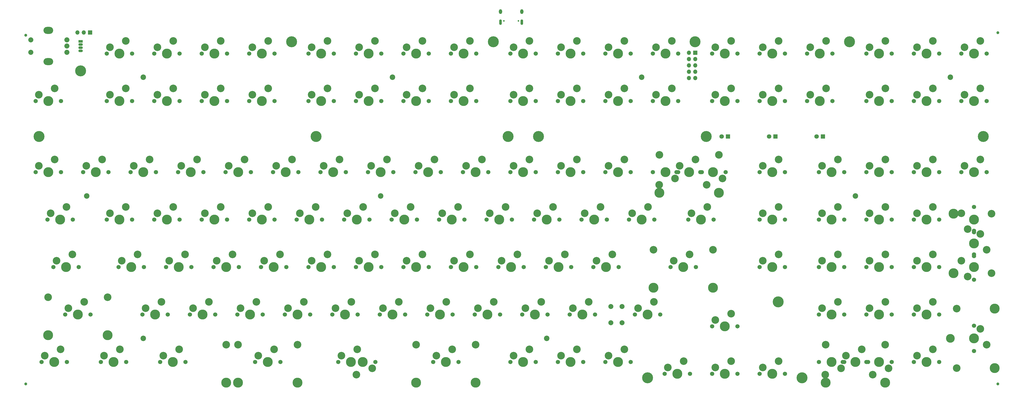
<source format=gbr>
G04 #@! TF.GenerationSoftware,KiCad,Pcbnew,7.0.2*
G04 #@! TF.CreationDate,2023-05-20T00:04:52-04:00*
G04 #@! TF.ProjectId,Boston-keyboard-V082JHA,426f7374-6f6e-42d6-9b65-79626f617264,rev?*
G04 #@! TF.SameCoordinates,Original*
G04 #@! TF.FileFunction,Soldermask,Top*
G04 #@! TF.FilePolarity,Negative*
%FSLAX46Y46*%
G04 Gerber Fmt 4.6, Leading zero omitted, Abs format (unit mm)*
G04 Created by KiCad (PCBNEW 7.0.2) date 2023-05-20 00:04:52*
%MOMM*%
%LPD*%
G01*
G04 APERTURE LIST*
%ADD10C,3.987800*%
%ADD11C,1.701800*%
%ADD12C,3.048000*%
%ADD13C,2.200000*%
%ADD14R,1.800000X1.070000*%
%ADD15O,1.800000X1.070000*%
%ADD16R,1.800000X1.800000*%
%ADD17C,1.800000*%
%ADD18C,4.400000*%
%ADD19C,1.152000*%
%ADD20C,2.000000*%
%ADD21R,1.700000X1.700000*%
%ADD22O,1.700000X1.700000*%
%ADD23C,3.500000*%
%ADD24O,2.768600X1.651000*%
%ADD25C,1.016000*%
%ADD26C,2.032000*%
%ADD27O,3.900000X2.799999*%
%ADD28C,0.650000*%
%ADD29O,1.300000X1.900000*%
%ADD30O,1.100000X2.200000*%
G04 APERTURE END LIST*
D10*
X237481750Y-171455000D03*
D11*
X230623750Y-163200000D03*
D10*
X225543750Y-163200000D03*
D11*
X220463750Y-163200000D03*
D12*
X213605750Y-156215000D03*
D10*
X213605750Y-171455000D03*
D12*
X237481750Y-156215000D03*
X228083750Y-158120000D03*
X221733750Y-160660000D03*
D11*
X159186250Y-163200000D03*
D10*
X142168250Y-171455000D03*
D11*
X149026250Y-163200000D03*
D12*
X142168250Y-156215000D03*
X166044250Y-156215000D03*
X156646250Y-158120000D03*
D10*
X154106250Y-163200000D03*
X166044250Y-171455000D03*
D12*
X150296250Y-160660000D03*
D10*
X187443750Y-163200000D03*
D12*
X137405750Y-156215000D03*
X237481750Y-156215000D03*
D11*
X182363750Y-163200000D03*
X192523750Y-163200000D03*
D10*
X137405750Y-171455000D03*
X237481750Y-171455000D03*
D12*
X189983750Y-158120000D03*
X183633750Y-160660000D03*
D13*
X304125200Y-48899992D03*
D14*
X79000000Y-34470000D03*
D15*
X79000000Y-35740000D03*
X79000000Y-37010000D03*
X79000000Y-38280000D03*
D13*
X389850272Y-96525032D03*
X427950304Y-48899992D03*
D16*
X338732500Y-72712500D03*
D17*
X336192500Y-72712500D03*
D18*
X330000000Y-72712500D03*
D19*
X447000000Y-31000000D03*
D16*
X357782500Y-72712500D03*
D17*
X355242500Y-72712500D03*
D20*
X291750000Y-147400000D03*
X291750000Y-140900000D03*
X296250000Y-147400000D03*
X296250000Y-140900000D03*
D21*
X82825000Y-30950000D03*
D22*
X80285000Y-30950000D03*
X77745000Y-30950000D03*
D19*
X57000000Y-172000000D03*
D13*
X266025168Y-153675080D03*
D19*
X57000000Y-32000000D03*
D13*
X199350112Y-96525032D03*
X104100032Y-153675080D03*
D18*
X173500000Y-72712500D03*
D13*
X204112500Y-48900000D03*
D23*
X427950304Y-153675080D03*
D13*
X81478138Y-96525032D03*
D21*
X325655625Y-39087500D03*
D22*
X323115625Y-39087500D03*
X325655625Y-41627500D03*
X323115625Y-41627500D03*
X325655625Y-44167500D03*
X323115625Y-44167500D03*
X325655625Y-46707500D03*
X323115625Y-46707500D03*
X325655625Y-49247500D03*
X323115625Y-49247500D03*
D16*
X376832500Y-72712500D03*
D17*
X374292500Y-72712500D03*
D19*
X447000000Y-172000000D03*
D11*
X280630000Y-87000000D03*
D12*
X278090000Y-81920000D03*
D10*
X275550000Y-87000000D03*
D12*
X271740000Y-84460000D03*
D11*
X270470000Y-87000000D03*
D18*
X387468750Y-34675000D03*
X163631250Y-34675000D03*
D10*
X401788000Y-171455000D03*
D12*
X401788000Y-156215000D03*
D11*
X394930000Y-163200000D03*
D12*
X392390000Y-158120000D03*
D10*
X389850000Y-163200000D03*
D12*
X386040000Y-160660000D03*
D11*
X384770000Y-163200000D03*
D10*
X377912000Y-171455000D03*
D12*
X377912000Y-156215000D03*
D18*
X306506250Y-169530000D03*
D11*
X256817500Y-125100000D03*
D12*
X254277500Y-120020000D03*
D10*
X251737500Y-125100000D03*
D12*
X247927500Y-122560000D03*
D11*
X246657500Y-125100000D03*
X423505000Y-163200000D03*
D12*
X420965000Y-158120000D03*
D10*
X418425000Y-163200000D03*
D12*
X414615000Y-160660000D03*
D11*
X413345000Y-163200000D03*
X261580000Y-163200000D03*
D12*
X259040000Y-158120000D03*
D10*
X256500000Y-163200000D03*
D12*
X252690000Y-160660000D03*
D11*
X251420000Y-163200000D03*
D18*
X441174000Y-72712500D03*
D11*
X99655000Y-58425000D03*
D12*
X97115000Y-53345000D03*
D10*
X94575000Y-58425000D03*
D12*
X90765000Y-55885000D03*
D11*
X89495000Y-58425000D03*
X309205000Y-106050000D03*
D12*
X306665000Y-100970000D03*
D10*
X304125000Y-106050000D03*
D12*
X300315000Y-103510000D03*
D11*
X299045000Y-106050000D03*
X218717500Y-39375000D03*
D12*
X216177500Y-34295000D03*
D10*
X213637500Y-39375000D03*
D12*
X209827500Y-36835000D03*
D11*
X208557500Y-39375000D03*
D18*
X62300000Y-72712500D03*
D11*
X437475000Y-100970000D03*
D12*
X432395000Y-103510000D03*
D10*
X437475000Y-106050000D03*
D12*
X434935000Y-109860000D03*
D11*
X437475000Y-111130000D03*
X342542500Y-58425000D03*
D12*
X340002500Y-53345000D03*
D10*
X337462500Y-58425000D03*
D12*
X333652500Y-55885000D03*
D11*
X332382500Y-58425000D03*
X361592500Y-125100000D03*
D12*
X359052500Y-120020000D03*
D10*
X356512500Y-125100000D03*
D12*
X352702500Y-122560000D03*
D11*
X351432500Y-125100000D03*
X361592500Y-106050000D03*
D12*
X359052500Y-100970000D03*
D10*
X356512500Y-106050000D03*
D12*
X352702500Y-103510000D03*
D11*
X351432500Y-106050000D03*
D18*
X262700000Y-72712500D03*
D11*
X423505000Y-125100000D03*
D12*
X420965000Y-120020000D03*
D10*
X418425000Y-125100000D03*
D12*
X414615000Y-122560000D03*
D11*
X413345000Y-125100000D03*
X97273750Y-163200000D03*
D12*
X94733750Y-158120000D03*
D10*
X92193750Y-163200000D03*
D12*
X88383750Y-160660000D03*
D11*
X87113750Y-163200000D03*
D10*
X89844250Y-152405000D03*
D12*
X89844250Y-137165000D03*
D11*
X82986250Y-144150000D03*
D12*
X80446250Y-139070000D03*
D10*
X77906250Y-144150000D03*
D12*
X74096250Y-141610000D03*
D11*
X72826250Y-144150000D03*
D10*
X65968250Y-152405000D03*
D12*
X65968250Y-137165000D03*
D11*
X394295000Y-163200000D03*
D12*
X396835000Y-168280000D03*
D10*
X399375000Y-163200000D03*
D12*
X403185000Y-165740000D03*
D11*
X404455000Y-163200000D03*
X142517500Y-125100000D03*
D12*
X139977500Y-120020000D03*
D10*
X137437500Y-125100000D03*
D12*
X133627500Y-122560000D03*
D11*
X132357500Y-125100000D03*
X299680000Y-39375000D03*
D12*
X297140000Y-34295000D03*
D10*
X294600000Y-39375000D03*
D12*
X290790000Y-36835000D03*
D11*
X289520000Y-39375000D03*
X333017500Y-106050000D03*
D12*
X330477500Y-100970000D03*
D10*
X327937500Y-106050000D03*
D12*
X324127500Y-103510000D03*
D11*
X322857500Y-106050000D03*
X132992500Y-144150000D03*
D12*
X130452500Y-139070000D03*
D10*
X127912500Y-144150000D03*
D12*
X124102500Y-141610000D03*
D11*
X122832500Y-144150000D03*
X266342500Y-144150000D03*
D12*
X263802500Y-139070000D03*
D10*
X261262500Y-144150000D03*
D12*
X257452500Y-141610000D03*
D11*
X256182500Y-144150000D03*
X218717500Y-125100000D03*
D12*
X216177500Y-120020000D03*
D10*
X213637500Y-125100000D03*
D12*
X209827500Y-122560000D03*
D11*
X208557500Y-125100000D03*
X185380000Y-87000000D03*
D12*
X182840000Y-81920000D03*
D10*
X180300000Y-87000000D03*
D12*
X176490000Y-84460000D03*
D11*
X175220000Y-87000000D03*
D10*
X332731964Y-133355000D03*
D12*
X332731964Y-118115000D03*
D11*
X325873964Y-125100000D03*
D12*
X323333964Y-120020000D03*
D10*
X320793964Y-125100000D03*
D12*
X316983964Y-122560000D03*
D11*
X315713964Y-125100000D03*
D10*
X308855964Y-133355000D03*
D12*
X308855964Y-118115000D03*
D11*
X299680000Y-87000000D03*
D12*
X297140000Y-81920000D03*
D10*
X294600000Y-87000000D03*
D12*
X290790000Y-84460000D03*
D11*
X289520000Y-87000000D03*
X156805000Y-58425000D03*
D12*
X154265000Y-53345000D03*
D10*
X151725000Y-58425000D03*
D12*
X147915000Y-55885000D03*
D11*
X146645000Y-58425000D03*
X199667500Y-125100000D03*
D12*
X197127500Y-120020000D03*
D10*
X194587500Y-125100000D03*
D12*
X190777500Y-122560000D03*
D11*
X189507500Y-125100000D03*
D18*
X244593750Y-34675000D03*
D11*
X261580160Y-39375000D03*
D12*
X259040160Y-34295000D03*
D10*
X256500160Y-39375000D03*
D12*
X252690160Y-36835000D03*
D11*
X251420160Y-39375000D03*
X223480000Y-87000000D03*
D12*
X220940000Y-81920000D03*
D10*
X218400000Y-87000000D03*
D12*
X214590000Y-84460000D03*
D11*
X213320000Y-87000000D03*
X442555000Y-87000000D03*
D12*
X440015000Y-81920000D03*
D10*
X437475000Y-87000000D03*
D12*
X433665000Y-84460000D03*
D11*
X432395000Y-87000000D03*
X118705000Y-106050000D03*
D12*
X116165000Y-100970000D03*
D10*
X113625000Y-106050000D03*
D12*
X109815000Y-103510000D03*
D11*
X108545000Y-106050000D03*
X194905000Y-106050000D03*
D12*
X192365000Y-100970000D03*
D10*
X189825000Y-106050000D03*
D12*
X186015000Y-103510000D03*
D11*
X184745000Y-106050000D03*
X113942500Y-144150000D03*
D12*
X111402500Y-139070000D03*
D10*
X108862500Y-144150000D03*
D12*
X105052500Y-141610000D03*
D11*
X103782500Y-144150000D03*
X404455000Y-144150000D03*
D12*
X401915000Y-139070000D03*
D10*
X399375000Y-144150000D03*
D12*
X395565000Y-141610000D03*
D11*
X394295000Y-144150000D03*
X190142500Y-144150000D03*
D12*
X187602500Y-139070000D03*
D10*
X185062500Y-144150000D03*
D12*
X181252500Y-141610000D03*
D11*
X179982500Y-144150000D03*
X90130000Y-87000000D03*
D12*
X87590000Y-81920000D03*
D10*
X85050000Y-87000000D03*
D12*
X81240000Y-84460000D03*
D11*
X79970000Y-87000000D03*
D10*
X335113000Y-95255000D03*
D12*
X335113000Y-80015000D03*
D11*
X328255000Y-87000000D03*
D12*
X325715000Y-81920000D03*
D10*
X323175000Y-87000000D03*
D12*
X319365000Y-84460000D03*
D11*
X318095000Y-87000000D03*
D10*
X311237000Y-95255000D03*
D12*
X311237000Y-80015000D03*
D11*
X128230000Y-87000000D03*
D12*
X125690000Y-81920000D03*
D10*
X123150000Y-87000000D03*
D12*
X119340000Y-84460000D03*
D11*
X118070000Y-87000000D03*
X423505000Y-87000000D03*
D12*
X420965000Y-81920000D03*
D10*
X418425000Y-87000000D03*
D12*
X414615000Y-84460000D03*
D11*
X413345000Y-87000000D03*
X442555000Y-58425000D03*
D12*
X440015000Y-53345000D03*
D10*
X437475000Y-58425000D03*
D12*
X433665000Y-55885000D03*
D11*
X432395000Y-58425000D03*
X199667606Y-39375000D03*
D12*
X197127606Y-34295000D03*
D10*
X194587606Y-39375000D03*
D12*
X190777606Y-36835000D03*
D11*
X189507606Y-39375000D03*
X404455000Y-39375000D03*
D12*
X401915000Y-34295000D03*
D10*
X399375000Y-39375000D03*
D12*
X395565000Y-36835000D03*
D11*
X394295000Y-39375000D03*
X156805000Y-39375000D03*
D12*
X154265000Y-34295000D03*
D10*
X151725000Y-39375000D03*
D12*
X147915000Y-36835000D03*
D11*
X146645000Y-39375000D03*
X275867500Y-125100000D03*
D12*
X273327500Y-120020000D03*
D10*
X270787500Y-125100000D03*
D12*
X266977500Y-122560000D03*
D11*
X265707500Y-125100000D03*
D18*
X79000000Y-46375000D03*
D11*
X237767500Y-58425000D03*
D12*
X235227500Y-53345000D03*
D10*
X232687500Y-58425000D03*
D12*
X228877500Y-55885000D03*
D11*
X227607500Y-58425000D03*
X404455000Y-125100000D03*
D12*
X401915000Y-120020000D03*
D10*
X399375000Y-125100000D03*
D12*
X395565000Y-122560000D03*
D11*
X394295000Y-125100000D03*
X280630000Y-39375000D03*
D12*
X278090000Y-34295000D03*
D10*
X275550000Y-39375000D03*
D12*
X271740000Y-36835000D03*
D11*
X270470000Y-39375000D03*
X342542500Y-148912500D03*
D12*
X340002500Y-143832500D03*
D10*
X337462500Y-148912500D03*
D12*
X333652500Y-146372500D03*
D11*
X332382500Y-148912500D03*
X209192500Y-144150000D03*
D12*
X206652500Y-139070000D03*
D10*
X204112500Y-144150000D03*
D12*
X200302500Y-141610000D03*
D11*
X199032500Y-144150000D03*
X180617500Y-58425000D03*
D12*
X178077500Y-53345000D03*
D10*
X175537500Y-58425000D03*
D12*
X171727500Y-55885000D03*
D11*
X170457500Y-58425000D03*
X437475000Y-120020000D03*
D12*
X432395000Y-122560000D03*
D10*
X437475000Y-125100000D03*
D12*
X434935000Y-128910000D03*
D11*
X437475000Y-130180000D03*
X327620000Y-87000000D03*
D12*
X330160000Y-92080000D03*
D10*
X332700000Y-87000000D03*
D12*
X336510000Y-89540000D03*
D11*
X337780000Y-87000000D03*
X187126250Y-163200000D03*
D12*
X189666250Y-168280000D03*
D10*
X192206250Y-163200000D03*
D12*
X196016250Y-165740000D03*
D11*
X197286250Y-163200000D03*
X180617590Y-39375000D03*
D12*
X178077590Y-34295000D03*
D10*
X175537590Y-39375000D03*
D12*
X171727590Y-36835000D03*
D11*
X170457590Y-39375000D03*
X290155000Y-106050000D03*
D12*
X287615000Y-100970000D03*
D10*
X285075000Y-106050000D03*
D12*
X281265000Y-103510000D03*
D11*
X279995000Y-106050000D03*
X308570000Y-87000000D03*
D12*
X311110000Y-92080000D03*
D10*
X313650000Y-87000000D03*
D12*
X317460000Y-89540000D03*
D11*
X318730000Y-87000000D03*
X404455000Y-106050000D03*
D12*
X401915000Y-100970000D03*
D10*
X399375000Y-106050000D03*
D12*
X395565000Y-103510000D03*
D11*
X394295000Y-106050000D03*
X118705000Y-39375000D03*
D12*
X116165000Y-34295000D03*
D10*
X113625000Y-39375000D03*
D12*
X109815000Y-36835000D03*
D11*
X108545000Y-39375000D03*
X237767500Y-125100000D03*
D12*
X235227500Y-120020000D03*
D10*
X232687500Y-125100000D03*
D12*
X228877500Y-122560000D03*
D11*
X227607500Y-125100000D03*
X137755000Y-106050000D03*
D12*
X135215000Y-100970000D03*
D10*
X132675000Y-106050000D03*
D12*
X128865000Y-103510000D03*
D11*
X127595000Y-106050000D03*
X199667500Y-58425000D03*
D12*
X197127500Y-53345000D03*
D10*
X194587500Y-58425000D03*
D12*
X190777500Y-55885000D03*
D11*
X189507500Y-58425000D03*
D18*
X358894000Y-139100000D03*
D11*
X171092500Y-144150000D03*
D12*
X168552500Y-139070000D03*
D10*
X166012500Y-144150000D03*
D12*
X162202500Y-141610000D03*
D11*
X160932500Y-144150000D03*
X342542500Y-167962500D03*
D12*
X340002500Y-162882500D03*
D10*
X337462500Y-167962500D03*
D12*
X333652500Y-165422500D03*
D11*
X332382500Y-167962500D03*
X75842500Y-106050000D03*
D12*
X73302500Y-100970000D03*
D10*
X70762500Y-106050000D03*
D12*
X66952500Y-103510000D03*
D11*
X65682500Y-106050000D03*
X375245000Y-163200000D03*
D12*
X377785000Y-168280000D03*
D10*
X380325000Y-163200000D03*
D12*
X384135000Y-165740000D03*
D11*
X385405000Y-163200000D03*
X99655000Y-106050000D03*
D12*
X97115000Y-100970000D03*
D10*
X94575000Y-106050000D03*
D12*
X90765000Y-103510000D03*
D11*
X89495000Y-106050000D03*
X71080000Y-58425000D03*
D12*
X68540000Y-53345000D03*
D10*
X66000000Y-58425000D03*
D12*
X62190000Y-55885000D03*
D11*
X60920000Y-58425000D03*
X318730000Y-39375000D03*
D12*
X316190000Y-34295000D03*
D10*
X313650000Y-39375000D03*
D12*
X309840000Y-36835000D03*
D11*
X308570000Y-39375000D03*
X361592500Y-167962500D03*
D12*
X359052500Y-162882500D03*
D10*
X356512500Y-167962500D03*
D12*
X352702500Y-165422500D03*
D11*
X351432500Y-167962500D03*
X261580000Y-87000000D03*
D12*
X259040000Y-81920000D03*
D10*
X256500000Y-87000000D03*
D12*
X252690000Y-84460000D03*
D11*
X251420000Y-87000000D03*
X99655000Y-39375000D03*
D12*
X97115000Y-34295000D03*
D10*
X94575000Y-39375000D03*
D12*
X90765000Y-36835000D03*
D11*
X89495000Y-39375000D03*
X147280000Y-87000000D03*
D12*
X144740000Y-81920000D03*
D10*
X142200000Y-87000000D03*
D12*
X138390000Y-84460000D03*
D11*
X137120000Y-87000000D03*
D10*
X429220000Y-127513000D03*
D12*
X444460000Y-127513000D03*
D11*
X437475000Y-120655000D03*
D12*
X442555000Y-118115000D03*
D10*
X437475000Y-115575000D03*
D12*
X440015000Y-111765000D03*
D11*
X437475000Y-110495000D03*
D10*
X429220000Y-103637000D03*
D12*
X444460000Y-103637000D03*
D11*
X361592500Y-58425000D03*
D12*
X359052500Y-53345000D03*
D10*
X356512500Y-58425000D03*
D12*
X352702500Y-55885000D03*
D11*
X351432500Y-58425000D03*
X228242500Y-144150000D03*
D12*
X225702500Y-139070000D03*
D10*
X223162500Y-144150000D03*
D12*
X219352500Y-141610000D03*
D11*
X218082500Y-144150000D03*
X361592500Y-39375000D03*
D12*
X359052500Y-34295000D03*
D10*
X356512500Y-39375000D03*
D12*
X352702500Y-36835000D03*
D11*
X351432500Y-39375000D03*
X280630000Y-163200000D03*
D12*
X278090000Y-158120000D03*
D10*
X275550000Y-163200000D03*
D12*
X271740000Y-160660000D03*
D11*
X270470000Y-163200000D03*
X121086250Y-163200000D03*
D12*
X118546250Y-158120000D03*
D10*
X116006250Y-163200000D03*
D12*
X112196250Y-160660000D03*
D11*
X110926250Y-163200000D03*
X380642500Y-39375000D03*
D12*
X378102500Y-34295000D03*
D10*
X375562500Y-39375000D03*
D12*
X371752500Y-36835000D03*
D11*
X370482500Y-39375000D03*
X442555000Y-39375000D03*
D12*
X440015000Y-34295000D03*
D10*
X437475000Y-39375000D03*
D12*
X433665000Y-36835000D03*
D11*
X432395000Y-39375000D03*
X404455000Y-87000000D03*
D12*
X401915000Y-81920000D03*
D10*
X399375000Y-87000000D03*
D12*
X395565000Y-84460000D03*
D11*
X394295000Y-87000000D03*
X137755000Y-39375000D03*
D12*
X135215000Y-34295000D03*
D10*
X132675000Y-39375000D03*
D12*
X128865000Y-36835000D03*
D11*
X127595000Y-39375000D03*
X242530000Y-87000000D03*
D12*
X239990000Y-81920000D03*
D10*
X237450000Y-87000000D03*
D12*
X233640000Y-84460000D03*
D11*
X232370000Y-87000000D03*
X342542500Y-39375000D03*
D12*
X340002500Y-34295000D03*
D10*
X337462500Y-39375000D03*
D12*
X333652500Y-36835000D03*
D11*
X332382500Y-39375000D03*
X152042500Y-144150000D03*
D12*
X149502500Y-139070000D03*
D10*
X146962500Y-144150000D03*
D12*
X143152500Y-141610000D03*
D11*
X141882500Y-144150000D03*
X423505000Y-144150000D03*
D12*
X420965000Y-139070000D03*
D10*
X418425000Y-144150000D03*
D12*
X414615000Y-141610000D03*
D11*
X413345000Y-144150000D03*
D18*
X368418750Y-169531000D03*
D11*
X109180000Y-87000000D03*
D12*
X106640000Y-81920000D03*
D10*
X104100000Y-87000000D03*
D12*
X100290000Y-84460000D03*
D11*
X99020000Y-87000000D03*
D18*
X250500000Y-72712500D03*
D11*
X71080000Y-87000000D03*
D12*
X68540000Y-81920000D03*
D10*
X66000000Y-87000000D03*
D12*
X62190000Y-84460000D03*
D11*
X60920000Y-87000000D03*
D18*
X325556250Y-34675000D03*
D11*
X78223750Y-125100000D03*
D12*
X75683750Y-120020000D03*
D10*
X73143750Y-125100000D03*
D12*
X69333750Y-122560000D03*
D11*
X68063750Y-125100000D03*
X161567500Y-125100000D03*
D12*
X159027500Y-120020000D03*
D10*
X156487500Y-125100000D03*
D12*
X152677500Y-122560000D03*
D11*
X151407500Y-125100000D03*
X280630000Y-58425000D03*
D12*
X278090000Y-53345000D03*
D10*
X275550000Y-58425000D03*
D12*
X271740000Y-55885000D03*
D11*
X270470000Y-58425000D03*
X180617500Y-125100000D03*
D12*
X178077500Y-120020000D03*
D10*
X175537500Y-125100000D03*
D12*
X171727500Y-122560000D03*
D11*
X170457500Y-125100000D03*
X423505000Y-106050000D03*
D12*
X420965000Y-100970000D03*
D10*
X418425000Y-106050000D03*
D12*
X414615000Y-103510000D03*
D11*
X413345000Y-106050000D03*
X247292500Y-144150000D03*
D12*
X244752500Y-139070000D03*
D10*
X242212500Y-144150000D03*
D12*
X238402500Y-141610000D03*
D11*
X237132500Y-144150000D03*
X118705000Y-58425000D03*
D12*
X116165000Y-53345000D03*
D10*
X113625000Y-58425000D03*
D12*
X109815000Y-55885000D03*
D11*
X108545000Y-58425000D03*
X156805000Y-106050000D03*
D12*
X154265000Y-100970000D03*
D10*
X151725000Y-106050000D03*
D12*
X147915000Y-103510000D03*
D11*
X146645000Y-106050000D03*
X385405000Y-106050000D03*
D12*
X382865000Y-100970000D03*
D10*
X380325000Y-106050000D03*
D12*
X376515000Y-103510000D03*
D11*
X375245000Y-106050000D03*
X261580000Y-58425000D03*
D12*
X259040000Y-53345000D03*
D10*
X256500000Y-58425000D03*
D12*
X252690000Y-55885000D03*
D11*
X251420000Y-58425000D03*
D24*
X66000000Y-30125000D03*
D25*
X73500000Y-33875000D03*
X59000000Y-33875000D03*
X73500000Y-36375000D03*
X73500000Y-38875000D03*
X59000000Y-38875000D03*
D24*
X66000000Y-42625000D03*
D26*
X73500000Y-33875000D03*
X73500000Y-38875000D03*
X73500000Y-36375000D03*
D27*
X66000000Y-30125000D03*
X66000000Y-42625000D03*
D26*
X59000000Y-33875000D03*
X59000000Y-38875000D03*
D11*
X318730000Y-58425000D03*
D12*
X316190000Y-53345000D03*
D10*
X313650000Y-58425000D03*
D12*
X309840000Y-55885000D03*
D11*
X308570000Y-58425000D03*
X237767500Y-39375000D03*
D12*
X235227500Y-34295000D03*
D10*
X232687500Y-39375000D03*
D12*
X228877500Y-36835000D03*
D11*
X227607500Y-39375000D03*
X385405000Y-125100000D03*
D12*
X382865000Y-120020000D03*
D10*
X380325000Y-125100000D03*
D12*
X376515000Y-122560000D03*
D11*
X375245000Y-125100000D03*
X299680000Y-58425000D03*
D12*
X297140000Y-53345000D03*
D10*
X294600000Y-58425000D03*
D12*
X290790000Y-55885000D03*
D11*
X289520000Y-58425000D03*
X271105000Y-106050000D03*
D12*
X268565000Y-100970000D03*
D10*
X266025000Y-106050000D03*
D12*
X262215000Y-103510000D03*
D11*
X260945000Y-106050000D03*
D13*
X104100000Y-48900000D03*
D11*
X294917500Y-125100000D03*
D12*
X292377500Y-120020000D03*
D10*
X289837500Y-125100000D03*
D12*
X286027500Y-122560000D03*
D11*
X284757500Y-125100000D03*
X166330000Y-87000000D03*
D12*
X163790000Y-81920000D03*
D10*
X161250000Y-87000000D03*
D12*
X157440000Y-84460000D03*
D11*
X156170000Y-87000000D03*
X104417500Y-125100000D03*
D12*
X101877500Y-120020000D03*
D10*
X99337500Y-125100000D03*
D12*
X95527500Y-122560000D03*
D11*
X94257500Y-125100000D03*
X380642500Y-58425000D03*
D12*
X378102500Y-53345000D03*
D10*
X375562500Y-58425000D03*
D12*
X371752500Y-55885000D03*
D11*
X370482500Y-58425000D03*
X123467500Y-125100000D03*
D12*
X120927500Y-120020000D03*
D10*
X118387500Y-125100000D03*
D12*
X114577500Y-122560000D03*
D11*
X113307500Y-125100000D03*
D28*
X248847000Y-26249000D03*
X254627000Y-26249000D03*
D29*
X247437000Y-22600000D03*
D30*
X247437000Y-26800000D03*
D29*
X256037000Y-22600000D03*
D30*
X256037000Y-26800000D03*
D11*
X252055000Y-106050000D03*
D12*
X249515000Y-100970000D03*
D10*
X246975000Y-106050000D03*
D12*
X243165000Y-103510000D03*
D11*
X241895000Y-106050000D03*
X385405000Y-144150000D03*
D12*
X382865000Y-139070000D03*
D10*
X380325000Y-144150000D03*
D12*
X376515000Y-141610000D03*
D11*
X375245000Y-144150000D03*
X423505000Y-39375000D03*
D12*
X420965000Y-34295000D03*
D10*
X418425000Y-39375000D03*
D12*
X414615000Y-36835000D03*
D11*
X413345000Y-39375000D03*
X218717500Y-58425000D03*
D12*
X216177500Y-53345000D03*
D10*
X213637500Y-58425000D03*
D12*
X209827500Y-55885000D03*
D11*
X208557500Y-58425000D03*
X311586250Y-144150000D03*
D12*
X309046250Y-139070000D03*
D10*
X306506250Y-144150000D03*
D12*
X302696250Y-141610000D03*
D11*
X301426250Y-144150000D03*
X137755000Y-58425000D03*
D12*
X135215000Y-53345000D03*
D10*
X132675000Y-58425000D03*
D12*
X128865000Y-55885000D03*
D11*
X127595000Y-58425000D03*
X285392500Y-144150000D03*
D12*
X282852500Y-139070000D03*
D10*
X280312500Y-144150000D03*
D12*
X276502500Y-141610000D03*
D11*
X275232500Y-144150000D03*
X404455000Y-58425000D03*
D12*
X401915000Y-53345000D03*
D10*
X399375000Y-58425000D03*
D12*
X395565000Y-55885000D03*
D11*
X394295000Y-58425000D03*
X213955000Y-106050000D03*
D12*
X211415000Y-100970000D03*
D10*
X208875000Y-106050000D03*
D12*
X205065000Y-103510000D03*
D11*
X203795000Y-106050000D03*
X385405000Y-87000000D03*
D12*
X382865000Y-81920000D03*
D10*
X380325000Y-87000000D03*
D12*
X376515000Y-84460000D03*
D11*
X375245000Y-87000000D03*
X323492500Y-167962500D03*
D12*
X320952500Y-162882500D03*
D10*
X318412500Y-167962500D03*
D12*
X314602500Y-165422500D03*
D11*
X313332500Y-167962500D03*
D12*
X430490000Y-165613000D03*
D10*
X445730000Y-165613000D03*
D11*
X437475000Y-158755000D03*
D12*
X442555000Y-156215000D03*
D10*
X437475000Y-153675000D03*
D12*
X440015000Y-149865000D03*
D11*
X437475000Y-148595000D03*
D12*
X430490000Y-141737000D03*
D10*
X445730000Y-141737000D03*
D11*
X73461250Y-163200000D03*
D12*
X70921250Y-158120000D03*
D10*
X68381250Y-163200000D03*
D12*
X64571250Y-160660000D03*
D11*
X63301250Y-163200000D03*
X361592500Y-87000000D03*
D12*
X359052500Y-81920000D03*
D10*
X356512500Y-87000000D03*
D12*
X352702500Y-84460000D03*
D11*
X351432500Y-87000000D03*
X204430000Y-87000000D03*
D12*
X201890000Y-81920000D03*
D10*
X199350000Y-87000000D03*
D12*
X195540000Y-84460000D03*
D11*
X194270000Y-87000000D03*
X423505000Y-58425000D03*
D12*
X420965000Y-53345000D03*
D10*
X418425000Y-58425000D03*
D12*
X414615000Y-55885000D03*
D11*
X413345000Y-58425000D03*
X299680000Y-163200000D03*
D12*
X297140000Y-158120000D03*
D10*
X294600000Y-163200000D03*
D12*
X290790000Y-160660000D03*
D11*
X289520000Y-163200000D03*
X175855000Y-106050000D03*
D12*
X173315000Y-100970000D03*
D10*
X170775000Y-106050000D03*
D12*
X166965000Y-103510000D03*
D11*
X165695000Y-106050000D03*
X233005000Y-106050000D03*
D12*
X230465000Y-100970000D03*
D10*
X227925000Y-106050000D03*
D12*
X224115000Y-103510000D03*
D11*
X222845000Y-106050000D03*
M02*

</source>
